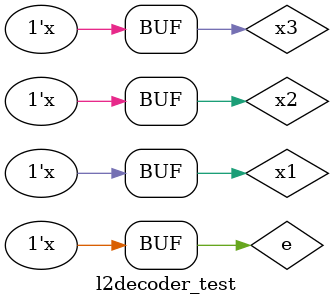
<source format=v>
`timescale 1ns / 1ps


module l2decoder_test;

	// Inputs
	reg e;
	reg x1;
	reg x2;
	reg x3;

	// Outputs
	wire y2_1;
	wire y2_2;
	wire y8_1;
	wire y8_2;
	wire y8_3;
	wire y8_4;
	wire y8_5;
	wire y8_6;
	wire y8_7;
	wire y8_8;

	// Instantiate the Unit Under Test (UUT)
	l2decoder uut (
		.e(e), 
		.x1(x1), 
		.x2(x2), 
		.x3(x3), 
		.y2_1(y2_1), 
		.y2_2(y2_2), 
		.y8_1(y8_1), 
		.y8_2(y8_2), 
		.y8_3(y8_3), 
		.y8_4(y8_4), 
		.y8_5(y8_5), 
		.y8_6(y8_6), 
		.y8_7(y8_7), 
		.y8_8(y8_8)
	);

	initial begin
		// Initialize Inputs
		e = 0;
		x1 = 0;
		x2 = 0;
		x3 = 0;

		// Wait 100 ns for global reset to finish
		#100;
        
		// Add stimulus here

	end
	always #1 x1 = ~x1;
	always #2 x2 = ~x2;
	always #4 x3 = ~x3;
	always #8 e = ~e;
      
endmodule


</source>
